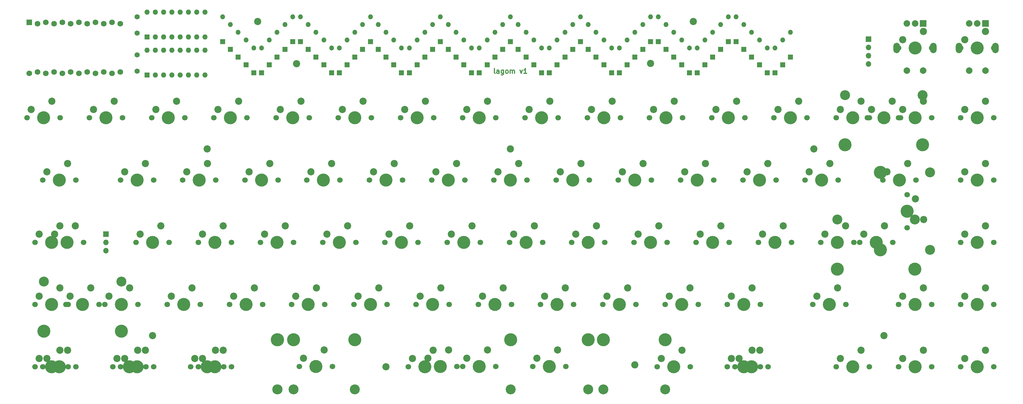
<source format=gts>
G04 #@! TF.GenerationSoftware,KiCad,Pcbnew,(6.0.0-0)*
G04 #@! TF.CreationDate,2022-10-18T11:22:14+02:00*
G04 #@! TF.ProjectId,lagom,6c61676f-6d2e-46b6-9963-61645f706362,rev?*
G04 #@! TF.SameCoordinates,Original*
G04 #@! TF.FileFunction,Soldermask,Top*
G04 #@! TF.FilePolarity,Negative*
%FSLAX46Y46*%
G04 Gerber Fmt 4.6, Leading zero omitted, Abs format (unit mm)*
G04 Created by KiCad (PCBNEW (6.0.0-0)) date 2022-10-18 11:22:14*
%MOMM*%
%LPD*%
G01*
G04 APERTURE LIST*
%ADD10C,0.300000*%
%ADD11C,4.000000*%
%ADD12C,1.700000*%
%ADD13C,2.200000*%
%ADD14C,1.600000*%
%ADD15C,3.050000*%
%ADD16R,1.500000X1.500000*%
%ADD17O,1.500000X1.500000*%
%ADD18R,1.600000X1.600000*%
%ADD19O,1.600000X1.600000*%
%ADD20R,1.700000X1.700000*%
%ADD21O,1.700000X1.700000*%
%ADD22O,2.000000X3.200000*%
%ADD23R,2.000000X2.000000*%
%ADD24C,2.000000*%
%ADD25R,1.752600X1.752600*%
%ADD26C,1.752600*%
G04 APERTURE END LIST*
D10*
X200610714Y-57978571D02*
X200467857Y-57907142D01*
X200396428Y-57764285D01*
X200396428Y-56478571D01*
X201825000Y-57978571D02*
X201825000Y-57192857D01*
X201753571Y-57050000D01*
X201610714Y-56978571D01*
X201325000Y-56978571D01*
X201182142Y-57050000D01*
X201825000Y-57907142D02*
X201682142Y-57978571D01*
X201325000Y-57978571D01*
X201182142Y-57907142D01*
X201110714Y-57764285D01*
X201110714Y-57621428D01*
X201182142Y-57478571D01*
X201325000Y-57407142D01*
X201682142Y-57407142D01*
X201825000Y-57335714D01*
X203182142Y-56978571D02*
X203182142Y-58192857D01*
X203110714Y-58335714D01*
X203039285Y-58407142D01*
X202896428Y-58478571D01*
X202682142Y-58478571D01*
X202539285Y-58407142D01*
X203182142Y-57907142D02*
X203039285Y-57978571D01*
X202753571Y-57978571D01*
X202610714Y-57907142D01*
X202539285Y-57835714D01*
X202467857Y-57692857D01*
X202467857Y-57264285D01*
X202539285Y-57121428D01*
X202610714Y-57050000D01*
X202753571Y-56978571D01*
X203039285Y-56978571D01*
X203182142Y-57050000D01*
X204110714Y-57978571D02*
X203967857Y-57907142D01*
X203896428Y-57835714D01*
X203825000Y-57692857D01*
X203825000Y-57264285D01*
X203896428Y-57121428D01*
X203967857Y-57050000D01*
X204110714Y-56978571D01*
X204325000Y-56978571D01*
X204467857Y-57050000D01*
X204539285Y-57121428D01*
X204610714Y-57264285D01*
X204610714Y-57692857D01*
X204539285Y-57835714D01*
X204467857Y-57907142D01*
X204325000Y-57978571D01*
X204110714Y-57978571D01*
X205253571Y-57978571D02*
X205253571Y-56978571D01*
X205253571Y-57121428D02*
X205325000Y-57050000D01*
X205467857Y-56978571D01*
X205682142Y-56978571D01*
X205825000Y-57050000D01*
X205896428Y-57192857D01*
X205896428Y-57978571D01*
X205896428Y-57192857D02*
X205967857Y-57050000D01*
X206110714Y-56978571D01*
X206325000Y-56978571D01*
X206467857Y-57050000D01*
X206539285Y-57192857D01*
X206539285Y-57978571D01*
X208253571Y-56978571D02*
X208610714Y-57978571D01*
X208967857Y-56978571D01*
X210325000Y-57978571D02*
X209467857Y-57978571D01*
X209896428Y-57978571D02*
X209896428Y-56478571D01*
X209753571Y-56692857D01*
X209610714Y-56835714D01*
X209467857Y-56907142D01*
D11*
X272175000Y-71625000D03*
D12*
X277255000Y-71625000D03*
X267095000Y-71625000D03*
D13*
X274715000Y-66545000D03*
X268365000Y-69085000D03*
D11*
X329475000Y-148025000D03*
D12*
X334555000Y-148025000D03*
X324395000Y-148025000D03*
D13*
X332015000Y-142945000D03*
X325665000Y-145485000D03*
D14*
X90725000Y-40587500D03*
X90725000Y-45587500D03*
D12*
X152952500Y-90725000D03*
X142792500Y-90725000D03*
D11*
X147872500Y-90725000D03*
D13*
X150412500Y-85645000D03*
X144062500Y-88185000D03*
D11*
X319925000Y-71625000D03*
X331825000Y-79865000D03*
D12*
X325005000Y-71625000D03*
D15*
X308025000Y-64625000D03*
D12*
X314845000Y-71625000D03*
D11*
X308025000Y-79865000D03*
D15*
X331825000Y-64625000D03*
D13*
X322465000Y-66545000D03*
X316115000Y-69085000D03*
D11*
X191000000Y-109825000D03*
D12*
X196080000Y-109825000D03*
X185920000Y-109825000D03*
D13*
X193540000Y-104745000D03*
X187190000Y-107285000D03*
D12*
X114905000Y-90725000D03*
X104745000Y-90725000D03*
D11*
X109825000Y-90725000D03*
D13*
X112365000Y-85645000D03*
X106015000Y-88185000D03*
D11*
X303212500Y-128925000D03*
D12*
X308292500Y-128925000D03*
X298132500Y-128925000D03*
D13*
X305752500Y-123845000D03*
X299402500Y-126385000D03*
D16*
X260237500Y-57757500D03*
D17*
X260237500Y-50137500D03*
D12*
X305295000Y-71625000D03*
D11*
X310375000Y-71625000D03*
D12*
X315455000Y-71625000D03*
D13*
X312915000Y-66545000D03*
X306565000Y-69085000D03*
D18*
X93762500Y-46775000D03*
D19*
X96302500Y-46775000D03*
X98842500Y-46775000D03*
X101382500Y-46775000D03*
X103922500Y-46775000D03*
X106462500Y-46775000D03*
X109002500Y-46775000D03*
X111542500Y-46775000D03*
X111542500Y-39155000D03*
X109002500Y-39155000D03*
X106462500Y-39155000D03*
X103922500Y-39155000D03*
X101382500Y-39155000D03*
X98842500Y-39155000D03*
X96302500Y-39155000D03*
X93762500Y-39155000D03*
D12*
X353655000Y-109825000D03*
X343495000Y-109825000D03*
D11*
X348575000Y-109825000D03*
D13*
X351115000Y-104745000D03*
X344765000Y-107285000D03*
D20*
X315175000Y-47445000D03*
D21*
X315175000Y-49985000D03*
X315175000Y-52525000D03*
X315175000Y-55065000D03*
D16*
X288887500Y-55370000D03*
D17*
X288887500Y-47750000D03*
D16*
X219650000Y-55370000D03*
D17*
X219650000Y-47750000D03*
D16*
X212487500Y-55370000D03*
D17*
X212487500Y-47750000D03*
D13*
X112212500Y-81175000D03*
X248300000Y-54912500D03*
D12*
X110130000Y-128925000D03*
X99970000Y-128925000D03*
D11*
X105050000Y-128925000D03*
D13*
X107590000Y-123845000D03*
X101240000Y-126385000D03*
D16*
X157575000Y-52982500D03*
D17*
X157575000Y-45362500D03*
D16*
X210100000Y-52982500D03*
D17*
X210100000Y-45362500D03*
D12*
X291580000Y-109825000D03*
D11*
X286500000Y-109825000D03*
D12*
X281420000Y-109825000D03*
D13*
X289040000Y-104745000D03*
X282690000Y-107285000D03*
D18*
X93762500Y-58487500D03*
D19*
X96302500Y-58487500D03*
X98842500Y-58487500D03*
X101382500Y-58487500D03*
X103922500Y-58487500D03*
X106462500Y-58487500D03*
X109002500Y-58487500D03*
X111542500Y-58487500D03*
X111542500Y-50867500D03*
X109002500Y-50867500D03*
X106462500Y-50867500D03*
X103922500Y-50867500D03*
X101382500Y-50867500D03*
X98842500Y-50867500D03*
X96302500Y-50867500D03*
X93762500Y-50867500D03*
D13*
X298437500Y-81175000D03*
D16*
X243525000Y-52982500D03*
D17*
X243525000Y-45362500D03*
D16*
X286500000Y-57757500D03*
D17*
X286500000Y-50137500D03*
D12*
X167430000Y-128925000D03*
D11*
X162350000Y-128925000D03*
D12*
X157270000Y-128925000D03*
D13*
X164890000Y-123845000D03*
X158540000Y-126385000D03*
D12*
X162045000Y-90725000D03*
X172205000Y-90725000D03*
D11*
X167125000Y-90725000D03*
D13*
X169665000Y-85645000D03*
X163315000Y-88185000D03*
D12*
X56995000Y-71625000D03*
X67155000Y-71625000D03*
D11*
X62075000Y-71625000D03*
D13*
X64615000Y-66545000D03*
X58265000Y-69085000D03*
D11*
X119375000Y-71625000D03*
D12*
X124455000Y-71625000D03*
X114295000Y-71625000D03*
D13*
X121915000Y-66545000D03*
X115565000Y-69085000D03*
D12*
X59382500Y-128925000D03*
X69542500Y-128925000D03*
D11*
X64462500Y-128925000D03*
D13*
X67002500Y-123845000D03*
X60652500Y-126385000D03*
D16*
X253075000Y-50595000D03*
D17*
X253075000Y-42975000D03*
D13*
X205325000Y-81175000D03*
D12*
X271870000Y-148025000D03*
D11*
X276950000Y-148025000D03*
D12*
X282030000Y-148025000D03*
D13*
X279490000Y-142945000D03*
X273140000Y-145485000D03*
D16*
X248300000Y-48207500D03*
D17*
X248300000Y-40587500D03*
D16*
X167125000Y-52982500D03*
D17*
X167125000Y-45362500D03*
D12*
X305905000Y-90725000D03*
X295745000Y-90725000D03*
D11*
X300825000Y-90725000D03*
D13*
X303365000Y-85645000D03*
X297015000Y-88185000D03*
D12*
X138780000Y-109825000D03*
X128620000Y-109825000D03*
D11*
X133700000Y-109825000D03*
D13*
X136240000Y-104745000D03*
X129890000Y-107285000D03*
D16*
X124150000Y-55370000D03*
D17*
X124150000Y-47750000D03*
D11*
X114600000Y-148025000D03*
D12*
X119680000Y-148025000D03*
X109520000Y-148025000D03*
D13*
X117140000Y-142945000D03*
X110790000Y-145485000D03*
D16*
X121762500Y-52982500D03*
D17*
X121762500Y-45362500D03*
D11*
X152800000Y-109825000D03*
D12*
X157880000Y-109825000D03*
X147720000Y-109825000D03*
D13*
X155340000Y-104745000D03*
X148990000Y-107285000D03*
D15*
X157537500Y-155000000D03*
D12*
X140557500Y-148000000D03*
D15*
X133737500Y-155000000D03*
D11*
X157537500Y-139760000D03*
X133737500Y-139760000D03*
X145637500Y-148000000D03*
D12*
X150717500Y-148000000D03*
D13*
X148177500Y-142920000D03*
X141827500Y-145460000D03*
D11*
X157575000Y-71625000D03*
D12*
X152495000Y-71625000D03*
X162655000Y-71625000D03*
D13*
X160115000Y-66545000D03*
X153765000Y-69085000D03*
D16*
X152800000Y-57757500D03*
D17*
X152800000Y-50137500D03*
D12*
X107138750Y-148025000D03*
D11*
X112218750Y-148025000D03*
D12*
X117298750Y-148025000D03*
D13*
X114758750Y-142945000D03*
X108408750Y-145485000D03*
X95500000Y-138480000D03*
D11*
X233975000Y-71625000D03*
D12*
X239055000Y-71625000D03*
X228895000Y-71625000D03*
D13*
X236515000Y-66545000D03*
X230165000Y-69085000D03*
D16*
X164737500Y-50595000D03*
D17*
X164737500Y-42975000D03*
D12*
X91030000Y-128925000D03*
X80870000Y-128925000D03*
D11*
X85950000Y-128925000D03*
D13*
X88490000Y-123845000D03*
X82140000Y-126385000D03*
D12*
X76095000Y-71625000D03*
D11*
X81175000Y-71625000D03*
D12*
X86255000Y-71625000D03*
D13*
X83715000Y-66545000D03*
X77365000Y-69085000D03*
D16*
X179062500Y-52982500D03*
D17*
X179062500Y-45362500D03*
D13*
X127750000Y-42020000D03*
D16*
X193387500Y-57757500D03*
D17*
X193387500Y-50137500D03*
D12*
X191305000Y-90725000D03*
X181145000Y-90725000D03*
D11*
X186225000Y-90725000D03*
D13*
X188765000Y-85645000D03*
X182415000Y-88185000D03*
D16*
X140862500Y-48207500D03*
D17*
X140862500Y-40587500D03*
D16*
X195775000Y-57757500D03*
D17*
X195775000Y-50137500D03*
D12*
X171595000Y-71625000D03*
X181755000Y-71625000D03*
D11*
X176675000Y-71625000D03*
D13*
X179215000Y-66545000D03*
X172865000Y-69085000D03*
D16*
X272175000Y-48207500D03*
D17*
X272175000Y-40587500D03*
D16*
X276950000Y-50595000D03*
D17*
X276950000Y-42975000D03*
D16*
X176675000Y-55370000D03*
D17*
X176675000Y-47750000D03*
D11*
X348575000Y-128925000D03*
D12*
X343495000Y-128925000D03*
X353655000Y-128925000D03*
D13*
X351115000Y-123845000D03*
X344765000Y-126385000D03*
D12*
X176980000Y-109825000D03*
X166820000Y-109825000D03*
D11*
X171900000Y-109825000D03*
D13*
X174440000Y-104745000D03*
X168090000Y-107285000D03*
D16*
X241137500Y-55370000D03*
D17*
X241137500Y-47750000D03*
D16*
X138475000Y-48207500D03*
D17*
X138475000Y-40587500D03*
D12*
X178757500Y-148000000D03*
D11*
X183837500Y-148000000D03*
D15*
X233837500Y-155000000D03*
X133837500Y-155000000D03*
D11*
X133837500Y-139760000D03*
D12*
X188917500Y-148000000D03*
D11*
X233837500Y-139760000D03*
D13*
X186377500Y-142920000D03*
X180027500Y-145460000D03*
D12*
X262930000Y-128925000D03*
D11*
X257850000Y-128925000D03*
D12*
X252770000Y-128925000D03*
D13*
X260390000Y-123845000D03*
X254040000Y-126385000D03*
D12*
X286195000Y-71625000D03*
D11*
X291275000Y-71625000D03*
D12*
X296355000Y-71625000D03*
D13*
X293815000Y-66545000D03*
X287465000Y-69085000D03*
X243525000Y-147462000D03*
D16*
X231587500Y-52982500D03*
D17*
X231587500Y-45362500D03*
D11*
X329475000Y-50137500D03*
D12*
X324395000Y-50137500D03*
X334555000Y-50137500D03*
D13*
X332015000Y-45057500D03*
X325665000Y-47597500D03*
D12*
X186530000Y-128925000D03*
X176370000Y-128925000D03*
D11*
X181450000Y-128925000D03*
D13*
X183990000Y-123845000D03*
X177640000Y-126385000D03*
D16*
X145637500Y-52982500D03*
D17*
X145637500Y-45362500D03*
D16*
X265012500Y-55370000D03*
D17*
X265012500Y-47750000D03*
D16*
X214875000Y-57757500D03*
D17*
X214875000Y-50137500D03*
D11*
X348575000Y-50137500D03*
D12*
X343495000Y-50137500D03*
X353655000Y-50137500D03*
D13*
X351115000Y-45057500D03*
X344765000Y-47597500D03*
D16*
X148025000Y-55370000D03*
D17*
X148025000Y-47750000D03*
D16*
X198162500Y-55370000D03*
D17*
X198162500Y-47750000D03*
D12*
X324395000Y-128925000D03*
D11*
X329475000Y-128925000D03*
D12*
X334555000Y-128925000D03*
D13*
X332015000Y-123845000D03*
X325665000Y-126385000D03*
D12*
X315455000Y-148025000D03*
X305295000Y-148025000D03*
D11*
X310375000Y-148025000D03*
D13*
X312915000Y-142945000D03*
X306565000Y-145485000D03*
D11*
X255462500Y-148025000D03*
D12*
X260542500Y-148025000D03*
X250382500Y-148025000D03*
D13*
X258002500Y-142945000D03*
X251652500Y-145485000D03*
D16*
X269787500Y-50595000D03*
D17*
X269787500Y-42975000D03*
D12*
X133395000Y-71625000D03*
X143555000Y-71625000D03*
D11*
X138475000Y-71625000D03*
D13*
X141015000Y-66545000D03*
X134665000Y-69085000D03*
D11*
X248300000Y-109825000D03*
D12*
X253380000Y-109825000D03*
X243220000Y-109825000D03*
D13*
X250840000Y-104745000D03*
X244490000Y-107285000D03*
D16*
X200550000Y-52982500D03*
D17*
X200550000Y-45362500D03*
D16*
X255462500Y-52982500D03*
D17*
X255462500Y-45362500D03*
D16*
X191000000Y-55370000D03*
D17*
X191000000Y-47750000D03*
D12*
X93417500Y-148025000D03*
D11*
X88337500Y-148025000D03*
D12*
X83257500Y-148025000D03*
D13*
X90877500Y-142945000D03*
X84527500Y-145485000D03*
D16*
X186225000Y-50595000D03*
D17*
X186225000Y-42975000D03*
D12*
X243830000Y-128925000D03*
D11*
X238750000Y-128925000D03*
D12*
X233670000Y-128925000D03*
D13*
X241290000Y-123845000D03*
X234940000Y-126385000D03*
D16*
X162350000Y-48207500D03*
D17*
X162350000Y-40587500D03*
D16*
X279337500Y-52982500D03*
D17*
X279337500Y-45362500D03*
D11*
X305600000Y-109825000D03*
D12*
X300520000Y-109825000D03*
X310680000Y-109825000D03*
D13*
X308140000Y-104745000D03*
X301790000Y-107285000D03*
D12*
X324395000Y-71625000D03*
D11*
X329475000Y-71625000D03*
D12*
X334555000Y-71625000D03*
D13*
X332015000Y-66545000D03*
X325665000Y-69085000D03*
D11*
X348575000Y-71625000D03*
D12*
X353655000Y-71625000D03*
X343495000Y-71625000D03*
D13*
X351115000Y-66545000D03*
X344765000Y-69085000D03*
D16*
X171900000Y-57757500D03*
D17*
X171900000Y-50137500D03*
D16*
X217262500Y-57757500D03*
D17*
X217262500Y-50137500D03*
D11*
X143250000Y-128925000D03*
D12*
X138170000Y-128925000D03*
X148330000Y-128925000D03*
D13*
X145790000Y-123845000D03*
X139440000Y-126385000D03*
X319925000Y-138475000D03*
X167125000Y-148025000D03*
D12*
X329780000Y-90725000D03*
D11*
X324700000Y-90725000D03*
D12*
X319620000Y-90725000D03*
D13*
X327240000Y-85645000D03*
X320890000Y-88185000D03*
D11*
X318847500Y-112175000D03*
D12*
X327087500Y-105355000D03*
D15*
X334087500Y-112175000D03*
X334087500Y-88375000D03*
D12*
X327087500Y-95195000D03*
D11*
X327087500Y-100275000D03*
X318847500Y-88375000D03*
D13*
X332167500Y-102815000D03*
X329627500Y-96465000D03*
D16*
X133700000Y-52982500D03*
D17*
X133700000Y-45362500D03*
D16*
X224425000Y-50595000D03*
D17*
X224425000Y-42975000D03*
D11*
X317537500Y-109825000D03*
D15*
X305637500Y-102825000D03*
D11*
X329437500Y-118065000D03*
D15*
X329437500Y-102825000D03*
D12*
X322617500Y-109825000D03*
D11*
X305637500Y-118065000D03*
D12*
X312457500Y-109825000D03*
D13*
X320077500Y-104745000D03*
X313727500Y-107285000D03*
D12*
X247995000Y-71625000D03*
D11*
X253075000Y-71625000D03*
D12*
X258155000Y-71625000D03*
D13*
X255615000Y-66545000D03*
X249265000Y-69085000D03*
D11*
X100275000Y-71625000D03*
D12*
X105355000Y-71625000D03*
X95195000Y-71625000D03*
D13*
X102815000Y-66545000D03*
X96465000Y-69085000D03*
D16*
X233975000Y-55370000D03*
D17*
X233975000Y-47750000D03*
D12*
X100580000Y-109825000D03*
X90420000Y-109825000D03*
D11*
X95500000Y-109825000D03*
D13*
X98040000Y-104745000D03*
X91690000Y-107285000D03*
D16*
X262625000Y-57757500D03*
D17*
X262625000Y-50137500D03*
D11*
X219650000Y-128925000D03*
D12*
X224730000Y-128925000D03*
X214570000Y-128925000D03*
D13*
X222190000Y-123845000D03*
X215840000Y-126385000D03*
X261460000Y-42020000D03*
D12*
X190695000Y-71625000D03*
X200855000Y-71625000D03*
D11*
X195775000Y-71625000D03*
D13*
X198315000Y-66545000D03*
X191965000Y-69085000D03*
D16*
X250687500Y-48207500D03*
D17*
X250687500Y-40587500D03*
D22*
X323875000Y-50137500D03*
X335075000Y-50137500D03*
D23*
X331975000Y-42637500D03*
D24*
X326975000Y-42637500D03*
X329475000Y-42637500D03*
X326975000Y-57137500D03*
X331975000Y-57137500D03*
D22*
X342975000Y-50137500D03*
X354175000Y-50137500D03*
D23*
X351075000Y-42637500D03*
D24*
X346075000Y-42637500D03*
X348575000Y-42637500D03*
X346075000Y-57137500D03*
X351075000Y-57137500D03*
D16*
X202937500Y-50595000D03*
D17*
X202937500Y-42975000D03*
D16*
X116987500Y-48207500D03*
D17*
X116987500Y-40587500D03*
D11*
X124150000Y-128925000D03*
D12*
X119070000Y-128925000D03*
X129230000Y-128925000D03*
D13*
X126690000Y-123845000D03*
X120340000Y-126385000D03*
D12*
X219955000Y-71625000D03*
D11*
X214875000Y-71625000D03*
D12*
X209795000Y-71625000D03*
D13*
X217415000Y-66545000D03*
X211065000Y-69085000D03*
D16*
X205325000Y-48207500D03*
D17*
X205325000Y-40587500D03*
D16*
X143250000Y-50595000D03*
D17*
X143250000Y-42975000D03*
D12*
X286805000Y-90725000D03*
X276645000Y-90725000D03*
D11*
X281725000Y-90725000D03*
D13*
X284265000Y-85645000D03*
X277915000Y-88185000D03*
D12*
X257545000Y-90725000D03*
X267705000Y-90725000D03*
D11*
X262625000Y-90725000D03*
D13*
X265165000Y-85645000D03*
X258815000Y-88185000D03*
D12*
X59382500Y-109825000D03*
X69542500Y-109825000D03*
D11*
X64462500Y-109825000D03*
D13*
X67002500Y-104745000D03*
X60652500Y-107285000D03*
D16*
X131312500Y-55370000D03*
D17*
X131312500Y-47750000D03*
D12*
X190695000Y-148000000D03*
D15*
X138775000Y-155000000D03*
D11*
X195775000Y-148000000D03*
D12*
X200855000Y-148000000D03*
D15*
X252775000Y-155000000D03*
D11*
X138775000Y-139760000D03*
X252775000Y-139760000D03*
D13*
X198315000Y-142920000D03*
X191965000Y-145460000D03*
D11*
X210100000Y-109825000D03*
D12*
X215180000Y-109825000D03*
X205020000Y-109825000D03*
D13*
X212640000Y-104745000D03*
X206290000Y-107285000D03*
D11*
X229200000Y-109825000D03*
D12*
X224120000Y-109825000D03*
X234280000Y-109825000D03*
D13*
X231740000Y-104745000D03*
X225390000Y-107285000D03*
D12*
X200245000Y-90725000D03*
X210405000Y-90725000D03*
D11*
X205325000Y-90725000D03*
D13*
X207865000Y-85645000D03*
X201515000Y-88185000D03*
D11*
X348575000Y-90725000D03*
D12*
X343495000Y-90725000D03*
X353655000Y-90725000D03*
D13*
X351115000Y-85645000D03*
X344765000Y-88185000D03*
D12*
X274257500Y-148025000D03*
D11*
X279337500Y-148025000D03*
D12*
X284417500Y-148025000D03*
D13*
X281877500Y-142945000D03*
X275527500Y-145485000D03*
D11*
X66850000Y-148025000D03*
D12*
X71930000Y-148025000D03*
X61770000Y-148025000D03*
D13*
X69390000Y-142945000D03*
X63040000Y-145485000D03*
D11*
X85912500Y-137165000D03*
X74012500Y-128925000D03*
D15*
X85912500Y-121925000D03*
X62112500Y-121925000D03*
D11*
X62112500Y-137165000D03*
D12*
X68932500Y-128925000D03*
X79092500Y-128925000D03*
D13*
X76552500Y-123845000D03*
X70202500Y-126385000D03*
D16*
X159962500Y-50595000D03*
D17*
X159962500Y-42975000D03*
D12*
X271870000Y-128925000D03*
D11*
X276950000Y-128925000D03*
D12*
X282030000Y-128925000D03*
D13*
X279490000Y-123845000D03*
X273140000Y-126385000D03*
D11*
X224425000Y-90725000D03*
D12*
X229505000Y-90725000D03*
X219345000Y-90725000D03*
D13*
X226965000Y-85645000D03*
X220615000Y-88185000D03*
D16*
X281725000Y-55370000D03*
D17*
X281725000Y-47750000D03*
D16*
X126537500Y-57757500D03*
D17*
X126537500Y-50137500D03*
D12*
X123845000Y-90725000D03*
X134005000Y-90725000D03*
D11*
X128925000Y-90725000D03*
D13*
X131465000Y-85645000D03*
X125115000Y-88185000D03*
D16*
X229200000Y-50595000D03*
D17*
X229200000Y-42975000D03*
D16*
X284112500Y-57757500D03*
D17*
X284112500Y-50137500D03*
D16*
X183837500Y-48207500D03*
D17*
X183837500Y-40587500D03*
D16*
X169512500Y-55370000D03*
D17*
X169512500Y-47750000D03*
D16*
X291275000Y-52982500D03*
D17*
X291275000Y-45362500D03*
D12*
X353655000Y-148025000D03*
D11*
X348575000Y-148025000D03*
D12*
X343495000Y-148025000D03*
D13*
X351115000Y-142945000D03*
X344765000Y-145485000D03*
D12*
X262320000Y-109825000D03*
X272480000Y-109825000D03*
D11*
X267400000Y-109825000D03*
D13*
X269940000Y-104745000D03*
X263590000Y-107285000D03*
D16*
X222037500Y-52982500D03*
D17*
X222037500Y-45362500D03*
D13*
X139680000Y-54960000D03*
D16*
X267400000Y-52982500D03*
D17*
X267400000Y-45362500D03*
D11*
X90725000Y-148025000D03*
D12*
X95805000Y-148025000D03*
X85645000Y-148025000D03*
D13*
X93265000Y-142945000D03*
X86915000Y-145485000D03*
D16*
X128925000Y-57757500D03*
D17*
X128925000Y-50137500D03*
D14*
X90725000Y-52300000D03*
X90725000Y-57300000D03*
D12*
X248605000Y-90725000D03*
D11*
X243525000Y-90725000D03*
D12*
X238445000Y-90725000D03*
D13*
X246065000Y-85645000D03*
X239715000Y-88185000D03*
D12*
X173982500Y-148025000D03*
D11*
X179062500Y-148025000D03*
D12*
X184142500Y-148025000D03*
D13*
X181602500Y-142945000D03*
X175252500Y-145485000D03*
D11*
X200550000Y-128925000D03*
D12*
X195470000Y-128925000D03*
X205630000Y-128925000D03*
D13*
X203090000Y-123845000D03*
X196740000Y-126385000D03*
D16*
X226812500Y-48207500D03*
D17*
X226812500Y-40587500D03*
D16*
X257850000Y-55370000D03*
D17*
X257850000Y-47750000D03*
D12*
X61770000Y-90725000D03*
X71930000Y-90725000D03*
D11*
X66850000Y-90725000D03*
D13*
X69390000Y-85645000D03*
X63040000Y-88185000D03*
D12*
X59382500Y-148025000D03*
D11*
X64462500Y-148025000D03*
D12*
X69542500Y-148025000D03*
D13*
X67002500Y-142945000D03*
X60652500Y-145485000D03*
D16*
X136087500Y-50595000D03*
D17*
X136087500Y-42975000D03*
D16*
X274562500Y-48207500D03*
D17*
X274562500Y-40587500D03*
D16*
X181450000Y-50595000D03*
D17*
X181450000Y-42975000D03*
D16*
X155187500Y-55370000D03*
D17*
X155187500Y-47750000D03*
D16*
X236362500Y-57757500D03*
D17*
X236362500Y-50137500D03*
D16*
X207712500Y-50595000D03*
D17*
X207712500Y-42975000D03*
D16*
X238750000Y-57757500D03*
D17*
X238750000Y-50137500D03*
D12*
X74317500Y-109825000D03*
X64157500Y-109825000D03*
D11*
X69237500Y-109825000D03*
D13*
X71777500Y-104745000D03*
X65427500Y-107285000D03*
D16*
X150412500Y-57757500D03*
D17*
X150412500Y-50137500D03*
D16*
X188612500Y-52982500D03*
D17*
X188612500Y-45362500D03*
D16*
X174287500Y-57757500D03*
D17*
X174287500Y-50137500D03*
D15*
X229162500Y-154970000D03*
X205362500Y-154970000D03*
D12*
X222342500Y-147970000D03*
D11*
X217262500Y-147970000D03*
X229162500Y-139730000D03*
D12*
X212182500Y-147970000D03*
D11*
X205362500Y-139730000D03*
D13*
X219802500Y-142890000D03*
X213452500Y-145430000D03*
D11*
X90725000Y-90725000D03*
D12*
X85645000Y-90725000D03*
X95805000Y-90725000D03*
D13*
X93265000Y-85645000D03*
X86915000Y-88185000D03*
D16*
X119375000Y-50595000D03*
D17*
X119375000Y-42975000D03*
D12*
X119680000Y-109825000D03*
D11*
X114600000Y-109825000D03*
D12*
X109520000Y-109825000D03*
D13*
X117140000Y-104745000D03*
X110790000Y-107285000D03*
D16*
X245912500Y-50595000D03*
D17*
X245912500Y-42975000D03*
D25*
X57655000Y-42288900D03*
D26*
X60195000Y-42746100D03*
X62735000Y-42288900D03*
X65275000Y-42746100D03*
X67815000Y-42288900D03*
X70355000Y-42746100D03*
X72895000Y-42288900D03*
X75435000Y-42746100D03*
X77975000Y-42288900D03*
X80515000Y-42746100D03*
X83055000Y-42288900D03*
X85595000Y-42746100D03*
X85595000Y-57528900D03*
X83055000Y-57986100D03*
X80515000Y-57528900D03*
X77975000Y-57986100D03*
X75435000Y-57528900D03*
X72895000Y-57986100D03*
X70355000Y-57528900D03*
X67815000Y-57986100D03*
X65275000Y-57528900D03*
X62735000Y-57986100D03*
X60195000Y-57528900D03*
X57655000Y-57986100D03*
D20*
X81175000Y-107285000D03*
D21*
X81175000Y-109825000D03*
X81175000Y-112365000D03*
M02*

</source>
